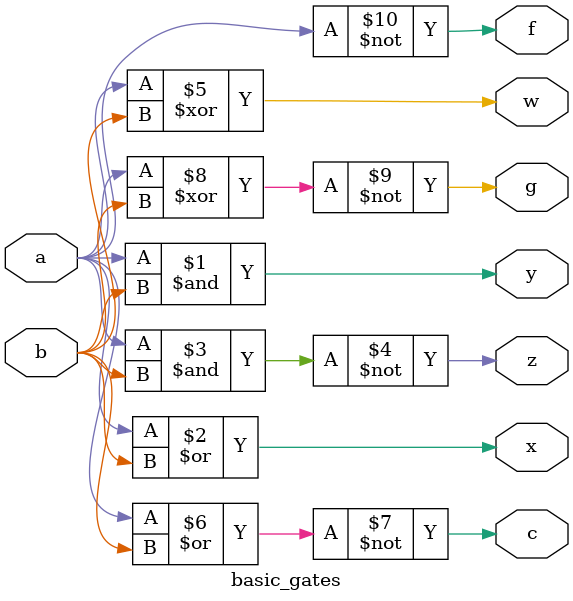
<source format=v>
`timescale 1ns / 1ps


module basic_gates(a,b,f,y,x,z,w,c,g);
input a,b;
output f,y,x,z,w,c,g;
    not (f, a);
    and (y, a, b);
    or (x, a, b);
    nand (z, a, b);
    xor (w, a, b);
    nor (c, a, b);
    xnor (g, a, b);
endmodule

</source>
